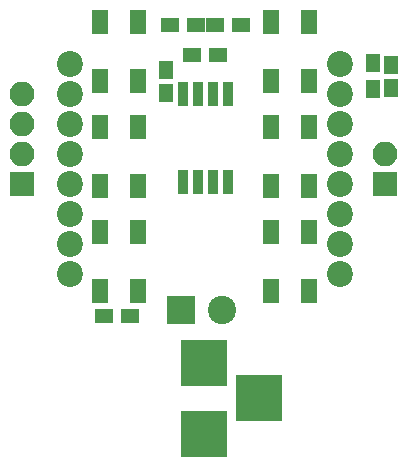
<source format=gts>
G04 #@! TF.GenerationSoftware,KiCad,Pcbnew,(5.0.0-rc2-206-gf10aa6c85)*
G04 #@! TF.CreationDate,2018-07-11T01:20:15+02:00*
G04 #@! TF.ProjectId,Sp_ka,5370F66B612E6B696361645F70636200,rev?*
G04 #@! TF.SameCoordinates,Original*
G04 #@! TF.FileFunction,Soldermask,Top*
G04 #@! TF.FilePolarity,Negative*
%FSLAX46Y46*%
G04 Gerber Fmt 4.6, Leading zero omitted, Abs format (unit mm)*
G04 Created by KiCad (PCBNEW (5.0.0-rc2-206-gf10aa6c85)) date Wed Jul 11 01:20:15 2018*
%MOMM*%
%LPD*%
G01*
G04 APERTURE LIST*
%ADD10C,2.200000*%
%ADD11R,3.900000X3.900000*%
%ADD12C,2.400000*%
%ADD13R,2.400000X2.400000*%
%ADD14R,1.150000X1.600000*%
%ADD15R,1.400000X2.000000*%
%ADD16R,1.600000X1.300000*%
%ADD17R,0.950000X2.150000*%
%ADD18R,1.300000X1.600000*%
%ADD19R,2.100000X2.100000*%
%ADD20O,2.100000X2.100000*%
G04 APERTURE END LIST*
D10*
G04 #@! TO.C,U1*
X147574000Y-122682000D03*
X147574000Y-120142000D03*
X147574000Y-117602000D03*
X147574000Y-115062000D03*
X147574000Y-112522000D03*
X147574000Y-109982000D03*
X147574000Y-107442000D03*
X147574000Y-104902000D03*
X124714000Y-104902000D03*
X124714000Y-107442000D03*
X124714000Y-109982000D03*
X124714000Y-112522000D03*
X124714000Y-115062000D03*
X124714000Y-117602000D03*
X124714000Y-120142000D03*
X124714000Y-122682000D03*
G04 #@! TD*
D11*
G04 #@! TO.C,J1*
X140716000Y-133175000D03*
X136016000Y-136175000D03*
X136016000Y-130175000D03*
G04 #@! TD*
D12*
G04 #@! TO.C,C1*
X137615000Y-125730000D03*
D13*
X134115000Y-125730000D03*
G04 #@! TD*
D14*
G04 #@! TO.C,C2*
X132842000Y-107310000D03*
X132842000Y-105410000D03*
G04 #@! TD*
D15*
G04 #@! TO.C,D1*
X130465102Y-119116798D03*
X127265102Y-119116798D03*
X130465102Y-124116798D03*
X127265102Y-124116798D03*
G04 #@! TD*
G04 #@! TO.C,D2*
X130465102Y-110226798D03*
X127265102Y-110226798D03*
X130465102Y-115226798D03*
X127265102Y-115226798D03*
G04 #@! TD*
G04 #@! TO.C,D3*
X130465102Y-101336798D03*
X127265102Y-101336798D03*
X130465102Y-106336798D03*
X127265102Y-106336798D03*
G04 #@! TD*
G04 #@! TO.C,D4*
X141743102Y-106336798D03*
X144943102Y-106336798D03*
X141743102Y-101336798D03*
X144943102Y-101336798D03*
G04 #@! TD*
G04 #@! TO.C,D5*
X141743102Y-115226798D03*
X144943102Y-115226798D03*
X141743102Y-110226798D03*
X144943102Y-110226798D03*
G04 #@! TD*
G04 #@! TO.C,D6*
X141743102Y-124116798D03*
X144943102Y-124116798D03*
X141743102Y-119116798D03*
X144943102Y-119116798D03*
G04 #@! TD*
D16*
G04 #@! TO.C,R1*
X135339000Y-101600000D03*
X133139000Y-101600000D03*
G04 #@! TD*
G04 #@! TO.C,R2*
X137244000Y-104140000D03*
X135044000Y-104140000D03*
G04 #@! TD*
G04 #@! TO.C,R3*
X139149000Y-101600000D03*
X136949000Y-101600000D03*
G04 #@! TD*
G04 #@! TO.C,R4*
X127594000Y-126238000D03*
X129794000Y-126238000D03*
G04 #@! TD*
D17*
G04 #@! TO.C,U2*
X134239000Y-107425000D03*
X135509000Y-107425000D03*
X136779000Y-107425000D03*
X138049000Y-107425000D03*
X138049000Y-114825000D03*
X136779000Y-114825000D03*
X135509000Y-114825000D03*
X134239000Y-114825000D03*
G04 #@! TD*
D14*
G04 #@! TO.C,C3*
X151892000Y-104968000D03*
X151892000Y-106868000D03*
G04 #@! TD*
D18*
G04 #@! TO.C,R5*
X150368000Y-104818000D03*
X150368000Y-107018000D03*
G04 #@! TD*
D19*
G04 #@! TO.C,SW1*
X151384000Y-115062000D03*
D20*
X151384000Y-112522000D03*
G04 #@! TD*
D19*
G04 #@! TO.C,J2*
X120650000Y-115062000D03*
D20*
X120650000Y-112522000D03*
X120650000Y-109982000D03*
X120650000Y-107442000D03*
G04 #@! TD*
M02*

</source>
